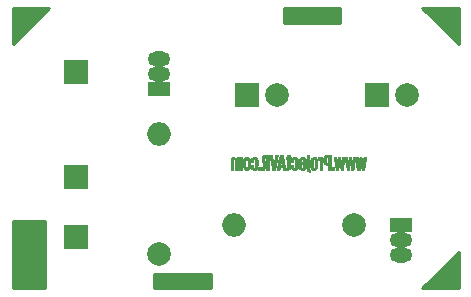
<source format=gbs>
G04 #@! TF.FileFunction,Soldermask,Bot*
%FSLAX46Y46*%
G04 Gerber Fmt 4.6, Leading zero omitted, Abs format (unit mm)*
G04 Created by KiCad (PCBNEW 4.0.5) date 07/12/17 21:06:27*
%MOMM*%
%LPD*%
G01*
G04 APERTURE LIST*
%ADD10C,0.100000*%
%ADD11C,0.010000*%
%ADD12R,2.000000X2.000000*%
%ADD13C,2.000000*%
%ADD14R,2.100000X2.100000*%
%ADD15O,1.900000X1.300000*%
%ADD16R,1.900000X1.300000*%
%ADD17O,2.000000X2.000000*%
%ADD18C,0.254000*%
G04 APERTURE END LIST*
D10*
D11*
G36*
X130032125Y-104313591D02*
X130032567Y-104448231D01*
X130033827Y-104571796D01*
X130035809Y-104680578D01*
X130038414Y-104770870D01*
X130041546Y-104838966D01*
X130045107Y-104881158D01*
X130047318Y-104892268D01*
X130079942Y-104935841D01*
X130136119Y-104966409D01*
X130209186Y-104980719D01*
X130229775Y-104981375D01*
X130302000Y-104981375D01*
X130302000Y-104918433D01*
X130296627Y-104870387D01*
X130278065Y-104843405D01*
X130270250Y-104838500D01*
X130261594Y-104832809D01*
X130254673Y-104823801D01*
X130249292Y-104808181D01*
X130245259Y-104782652D01*
X130242379Y-104743917D01*
X130240459Y-104688680D01*
X130239305Y-104613645D01*
X130238724Y-104515515D01*
X130238521Y-104390994D01*
X130238500Y-104298191D01*
X130238500Y-103774875D01*
X130032125Y-103774875D01*
X130032125Y-104313591D01*
X130032125Y-104313591D01*
G37*
X130032125Y-104313591D02*
X130032567Y-104448231D01*
X130033827Y-104571796D01*
X130035809Y-104680578D01*
X130038414Y-104770870D01*
X130041546Y-104838966D01*
X130045107Y-104881158D01*
X130047318Y-104892268D01*
X130079942Y-104935841D01*
X130136119Y-104966409D01*
X130209186Y-104980719D01*
X130229775Y-104981375D01*
X130302000Y-104981375D01*
X130302000Y-104918433D01*
X130296627Y-104870387D01*
X130278065Y-104843405D01*
X130270250Y-104838500D01*
X130261594Y-104832809D01*
X130254673Y-104823801D01*
X130249292Y-104808181D01*
X130245259Y-104782652D01*
X130242379Y-104743917D01*
X130240459Y-104688680D01*
X130239305Y-104613645D01*
X130238724Y-104515515D01*
X130238521Y-104390994D01*
X130238500Y-104298191D01*
X130238500Y-103774875D01*
X130032125Y-103774875D01*
X130032125Y-104313591D01*
G36*
X130510300Y-103774055D02*
X130435212Y-103813141D01*
X130393151Y-103852584D01*
X130367904Y-103886841D01*
X130348881Y-103924831D01*
X130335252Y-103971477D01*
X130326190Y-104031697D01*
X130320867Y-104110413D01*
X130318454Y-104212544D01*
X130318053Y-104298750D01*
X130318982Y-104394097D01*
X130321556Y-104482497D01*
X130325451Y-104557328D01*
X130330347Y-104611967D01*
X130334449Y-104635600D01*
X130367476Y-104708123D01*
X130419628Y-104771328D01*
X130481833Y-104814456D01*
X130487281Y-104816846D01*
X130549072Y-104832332D01*
X130624631Y-104837086D01*
X130699066Y-104831155D01*
X130754438Y-104815999D01*
X130814552Y-104776699D01*
X130868539Y-104720108D01*
X130904172Y-104659053D01*
X130904241Y-104658872D01*
X130909940Y-104627605D01*
X130914688Y-104569176D01*
X130918273Y-104488165D01*
X130920484Y-104389153D01*
X130921100Y-104295991D01*
X130714750Y-104295991D01*
X130714423Y-104405153D01*
X130713212Y-104486992D01*
X130710774Y-104545933D01*
X130706767Y-104586398D01*
X130700847Y-104612811D01*
X130692671Y-104629596D01*
X130688478Y-104634843D01*
X130647640Y-104659690D01*
X130600109Y-104661168D01*
X130558658Y-104639850D01*
X130548963Y-104628592D01*
X130539915Y-104610297D01*
X130533288Y-104582029D01*
X130528745Y-104539298D01*
X130525951Y-104477612D01*
X130524568Y-104392480D01*
X130524250Y-104298750D01*
X130524702Y-104190257D01*
X130526279Y-104109013D01*
X130529320Y-104050527D01*
X130534161Y-104010306D01*
X130541137Y-103983860D01*
X130548963Y-103968907D01*
X130586162Y-103940291D01*
X130633654Y-103935375D01*
X130679773Y-103954926D01*
X130685719Y-103959897D01*
X130695786Y-103971609D01*
X130703235Y-103988904D01*
X130708453Y-104016264D01*
X130711826Y-104058167D01*
X130713741Y-104119092D01*
X130714585Y-104203518D01*
X130714750Y-104295991D01*
X130921100Y-104295991D01*
X130921125Y-104292275D01*
X130920943Y-104182550D01*
X130920084Y-104099561D01*
X130918079Y-104038295D01*
X130914460Y-103993737D01*
X130908757Y-103960876D01*
X130900503Y-103934697D01*
X130889229Y-103910187D01*
X130884570Y-103901240D01*
X130832928Y-103835070D01*
X130762763Y-103788582D01*
X130680992Y-103762461D01*
X130594532Y-103757390D01*
X130510300Y-103774055D01*
X130510300Y-103774055D01*
G37*
X130510300Y-103774055D02*
X130435212Y-103813141D01*
X130393151Y-103852584D01*
X130367904Y-103886841D01*
X130348881Y-103924831D01*
X130335252Y-103971477D01*
X130326190Y-104031697D01*
X130320867Y-104110413D01*
X130318454Y-104212544D01*
X130318053Y-104298750D01*
X130318982Y-104394097D01*
X130321556Y-104482497D01*
X130325451Y-104557328D01*
X130330347Y-104611967D01*
X130334449Y-104635600D01*
X130367476Y-104708123D01*
X130419628Y-104771328D01*
X130481833Y-104814456D01*
X130487281Y-104816846D01*
X130549072Y-104832332D01*
X130624631Y-104837086D01*
X130699066Y-104831155D01*
X130754438Y-104815999D01*
X130814552Y-104776699D01*
X130868539Y-104720108D01*
X130904172Y-104659053D01*
X130904241Y-104658872D01*
X130909940Y-104627605D01*
X130914688Y-104569176D01*
X130918273Y-104488165D01*
X130920484Y-104389153D01*
X130921100Y-104295991D01*
X130714750Y-104295991D01*
X130714423Y-104405153D01*
X130713212Y-104486992D01*
X130710774Y-104545933D01*
X130706767Y-104586398D01*
X130700847Y-104612811D01*
X130692671Y-104629596D01*
X130688478Y-104634843D01*
X130647640Y-104659690D01*
X130600109Y-104661168D01*
X130558658Y-104639850D01*
X130548963Y-104628592D01*
X130539915Y-104610297D01*
X130533288Y-104582029D01*
X130528745Y-104539298D01*
X130525951Y-104477612D01*
X130524568Y-104392480D01*
X130524250Y-104298750D01*
X130524702Y-104190257D01*
X130526279Y-104109013D01*
X130529320Y-104050527D01*
X130534161Y-104010306D01*
X130541137Y-103983860D01*
X130548963Y-103968907D01*
X130586162Y-103940291D01*
X130633654Y-103935375D01*
X130679773Y-103954926D01*
X130685719Y-103959897D01*
X130695786Y-103971609D01*
X130703235Y-103988904D01*
X130708453Y-104016264D01*
X130711826Y-104058167D01*
X130713741Y-104119092D01*
X130714585Y-104203518D01*
X130714750Y-104295991D01*
X130921100Y-104295991D01*
X130921125Y-104292275D01*
X130920943Y-104182550D01*
X130920084Y-104099561D01*
X130918079Y-104038295D01*
X130914460Y-103993737D01*
X130908757Y-103960876D01*
X130900503Y-103934697D01*
X130889229Y-103910187D01*
X130884570Y-103901240D01*
X130832928Y-103835070D01*
X130762763Y-103788582D01*
X130680992Y-103762461D01*
X130594532Y-103757390D01*
X130510300Y-103774055D01*
G36*
X129533207Y-103772763D02*
X129470778Y-103797503D01*
X129418483Y-103841576D01*
X129390169Y-103876175D01*
X129375999Y-103899114D01*
X129366146Y-103927644D01*
X129359595Y-103968205D01*
X129355331Y-104027239D01*
X129352339Y-104111186D01*
X129352175Y-104117288D01*
X129346911Y-104314625D01*
X129730500Y-104314625D01*
X129730500Y-104453967D01*
X129727218Y-104542791D01*
X129716206Y-104604281D01*
X129695721Y-104642283D01*
X129664015Y-104660644D01*
X129635250Y-104663875D01*
X129588595Y-104651792D01*
X129557897Y-104614649D01*
X129542369Y-104551096D01*
X129540000Y-104501592D01*
X129540000Y-104409875D01*
X129346242Y-104409875D01*
X129351840Y-104543660D01*
X129358849Y-104628335D01*
X129374238Y-104690372D01*
X129401972Y-104738573D01*
X129446017Y-104781744D01*
X129466083Y-104797341D01*
X129520383Y-104822358D01*
X129592707Y-104835245D01*
X129671587Y-104835630D01*
X129745554Y-104823143D01*
X129786063Y-104807695D01*
X129836915Y-104772459D01*
X129882003Y-104726639D01*
X129889250Y-104716774D01*
X129902324Y-104696550D01*
X129912229Y-104676432D01*
X129919482Y-104651777D01*
X129924596Y-104617944D01*
X129928086Y-104570293D01*
X129930467Y-104504182D01*
X129932254Y-104414969D01*
X129933713Y-104315840D01*
X129935166Y-104202796D01*
X129935702Y-104116705D01*
X129935253Y-104078960D01*
X129730500Y-104078960D01*
X129730500Y-104171750D01*
X129535591Y-104171750D01*
X129544282Y-104075906D01*
X129554672Y-104004950D01*
X129572197Y-103960755D01*
X129599757Y-103938618D01*
X129631976Y-103933625D01*
X129681200Y-103943676D01*
X129712631Y-103975640D01*
X129728107Y-104032228D01*
X129730500Y-104078960D01*
X129935253Y-104078960D01*
X129934941Y-104052771D01*
X129932506Y-104006201D01*
X129928019Y-103972202D01*
X129921101Y-103945979D01*
X129911375Y-103922739D01*
X129901126Y-103902712D01*
X129848463Y-103831427D01*
X129778404Y-103785313D01*
X129689246Y-103763531D01*
X129615914Y-103762238D01*
X129533207Y-103772763D01*
X129533207Y-103772763D01*
G37*
X129533207Y-103772763D02*
X129470778Y-103797503D01*
X129418483Y-103841576D01*
X129390169Y-103876175D01*
X129375999Y-103899114D01*
X129366146Y-103927644D01*
X129359595Y-103968205D01*
X129355331Y-104027239D01*
X129352339Y-104111186D01*
X129352175Y-104117288D01*
X129346911Y-104314625D01*
X129730500Y-104314625D01*
X129730500Y-104453967D01*
X129727218Y-104542791D01*
X129716206Y-104604281D01*
X129695721Y-104642283D01*
X129664015Y-104660644D01*
X129635250Y-104663875D01*
X129588595Y-104651792D01*
X129557897Y-104614649D01*
X129542369Y-104551096D01*
X129540000Y-104501592D01*
X129540000Y-104409875D01*
X129346242Y-104409875D01*
X129351840Y-104543660D01*
X129358849Y-104628335D01*
X129374238Y-104690372D01*
X129401972Y-104738573D01*
X129446017Y-104781744D01*
X129466083Y-104797341D01*
X129520383Y-104822358D01*
X129592707Y-104835245D01*
X129671587Y-104835630D01*
X129745554Y-104823143D01*
X129786063Y-104807695D01*
X129836915Y-104772459D01*
X129882003Y-104726639D01*
X129889250Y-104716774D01*
X129902324Y-104696550D01*
X129912229Y-104676432D01*
X129919482Y-104651777D01*
X129924596Y-104617944D01*
X129928086Y-104570293D01*
X129930467Y-104504182D01*
X129932254Y-104414969D01*
X129933713Y-104315840D01*
X129935166Y-104202796D01*
X129935702Y-104116705D01*
X129935253Y-104078960D01*
X129730500Y-104078960D01*
X129730500Y-104171750D01*
X129535591Y-104171750D01*
X129544282Y-104075906D01*
X129554672Y-104004950D01*
X129572197Y-103960755D01*
X129599757Y-103938618D01*
X129631976Y-103933625D01*
X129681200Y-103943676D01*
X129712631Y-103975640D01*
X129728107Y-104032228D01*
X129730500Y-104078960D01*
X129935253Y-104078960D01*
X129934941Y-104052771D01*
X129932506Y-104006201D01*
X129928019Y-103972202D01*
X129921101Y-103945979D01*
X129911375Y-103922739D01*
X129901126Y-103902712D01*
X129848463Y-103831427D01*
X129778404Y-103785313D01*
X129689246Y-103763531D01*
X129615914Y-103762238D01*
X129533207Y-103772763D01*
G36*
X128851402Y-103777750D02*
X128777530Y-103813550D01*
X128726063Y-103871142D01*
X128695518Y-103952030D01*
X128685418Y-104029382D01*
X128679168Y-104140000D01*
X128889125Y-104140000D01*
X128889125Y-104055862D01*
X128893930Y-103991871D01*
X128910474Y-103953585D01*
X128941949Y-103936128D01*
X128969215Y-103933625D01*
X128999767Y-103935780D01*
X129022960Y-103944781D01*
X129039795Y-103964432D01*
X129051275Y-103998536D01*
X129058402Y-104050897D01*
X129062178Y-104125318D01*
X129063604Y-104225603D01*
X129063750Y-104292498D01*
X129063106Y-104410972D01*
X129060538Y-104501423D01*
X129055095Y-104567563D01*
X129045824Y-104613104D01*
X129031773Y-104641758D01*
X129011990Y-104657237D01*
X128985524Y-104663253D01*
X128968500Y-104663875D01*
X128921845Y-104651792D01*
X128891147Y-104614649D01*
X128875619Y-104551096D01*
X128873250Y-104501592D01*
X128873250Y-104409875D01*
X128679492Y-104409875D01*
X128685090Y-104543660D01*
X128692099Y-104628335D01*
X128707488Y-104690372D01*
X128735222Y-104738573D01*
X128779267Y-104781744D01*
X128799333Y-104797341D01*
X128853633Y-104822358D01*
X128925957Y-104835245D01*
X129004837Y-104835630D01*
X129078804Y-104823143D01*
X129119313Y-104807695D01*
X129170165Y-104772459D01*
X129215253Y-104726639D01*
X129222500Y-104716774D01*
X129235574Y-104696550D01*
X129245479Y-104676432D01*
X129252732Y-104651777D01*
X129257846Y-104617944D01*
X129261336Y-104570293D01*
X129263717Y-104504182D01*
X129265504Y-104414969D01*
X129266963Y-104315840D01*
X129268416Y-104202796D01*
X129268952Y-104116705D01*
X129268191Y-104052771D01*
X129265756Y-104006201D01*
X129261269Y-103972202D01*
X129254351Y-103945979D01*
X129244625Y-103922739D01*
X129234376Y-103902712D01*
X129181713Y-103831427D01*
X129111654Y-103785313D01*
X129022496Y-103763531D01*
X128949164Y-103762238D01*
X128851402Y-103777750D01*
X128851402Y-103777750D01*
G37*
X128851402Y-103777750D02*
X128777530Y-103813550D01*
X128726063Y-103871142D01*
X128695518Y-103952030D01*
X128685418Y-104029382D01*
X128679168Y-104140000D01*
X128889125Y-104140000D01*
X128889125Y-104055862D01*
X128893930Y-103991871D01*
X128910474Y-103953585D01*
X128941949Y-103936128D01*
X128969215Y-103933625D01*
X128999767Y-103935780D01*
X129022960Y-103944781D01*
X129039795Y-103964432D01*
X129051275Y-103998536D01*
X129058402Y-104050897D01*
X129062178Y-104125318D01*
X129063604Y-104225603D01*
X129063750Y-104292498D01*
X129063106Y-104410972D01*
X129060538Y-104501423D01*
X129055095Y-104567563D01*
X129045824Y-104613104D01*
X129031773Y-104641758D01*
X129011990Y-104657237D01*
X128985524Y-104663253D01*
X128968500Y-104663875D01*
X128921845Y-104651792D01*
X128891147Y-104614649D01*
X128875619Y-104551096D01*
X128873250Y-104501592D01*
X128873250Y-104409875D01*
X128679492Y-104409875D01*
X128685090Y-104543660D01*
X128692099Y-104628335D01*
X128707488Y-104690372D01*
X128735222Y-104738573D01*
X128779267Y-104781744D01*
X128799333Y-104797341D01*
X128853633Y-104822358D01*
X128925957Y-104835245D01*
X129004837Y-104835630D01*
X129078804Y-104823143D01*
X129119313Y-104807695D01*
X129170165Y-104772459D01*
X129215253Y-104726639D01*
X129222500Y-104716774D01*
X129235574Y-104696550D01*
X129245479Y-104676432D01*
X129252732Y-104651777D01*
X129257846Y-104617944D01*
X129261336Y-104570293D01*
X129263717Y-104504182D01*
X129265504Y-104414969D01*
X129266963Y-104315840D01*
X129268416Y-104202796D01*
X129268952Y-104116705D01*
X129268191Y-104052771D01*
X129265756Y-104006201D01*
X129261269Y-103972202D01*
X129254351Y-103945979D01*
X129244625Y-103922739D01*
X129234376Y-103902712D01*
X129181713Y-103831427D01*
X129111654Y-103785313D01*
X129022496Y-103763531D01*
X128949164Y-103762238D01*
X128851402Y-103777750D01*
G36*
X125438277Y-103777750D02*
X125364405Y-103813550D01*
X125312938Y-103871142D01*
X125282393Y-103952030D01*
X125272293Y-104029382D01*
X125266043Y-104140000D01*
X125476000Y-104140000D01*
X125476000Y-104055862D01*
X125480805Y-103991871D01*
X125497349Y-103953585D01*
X125528824Y-103936128D01*
X125556090Y-103933625D01*
X125586642Y-103935780D01*
X125609835Y-103944781D01*
X125626670Y-103964432D01*
X125638150Y-103998536D01*
X125645277Y-104050897D01*
X125649053Y-104125318D01*
X125650479Y-104225603D01*
X125650625Y-104292498D01*
X125649981Y-104410972D01*
X125647413Y-104501423D01*
X125641970Y-104567563D01*
X125632699Y-104613104D01*
X125618648Y-104641758D01*
X125598865Y-104657237D01*
X125572399Y-104663253D01*
X125555375Y-104663875D01*
X125508720Y-104651792D01*
X125478022Y-104614649D01*
X125462494Y-104551096D01*
X125460125Y-104501592D01*
X125460125Y-104409875D01*
X125266367Y-104409875D01*
X125271965Y-104543660D01*
X125278974Y-104628335D01*
X125294363Y-104690372D01*
X125322097Y-104738573D01*
X125366142Y-104781744D01*
X125386208Y-104797341D01*
X125440508Y-104822358D01*
X125512832Y-104835245D01*
X125591712Y-104835630D01*
X125665679Y-104823143D01*
X125706188Y-104807695D01*
X125757040Y-104772459D01*
X125802128Y-104726639D01*
X125809375Y-104716774D01*
X125822449Y-104696550D01*
X125832354Y-104676432D01*
X125839607Y-104651777D01*
X125844721Y-104617944D01*
X125848211Y-104570293D01*
X125850592Y-104504182D01*
X125852379Y-104414969D01*
X125853838Y-104315840D01*
X125855291Y-104202796D01*
X125855827Y-104116705D01*
X125855066Y-104052771D01*
X125852631Y-104006201D01*
X125848144Y-103972202D01*
X125841226Y-103945979D01*
X125831500Y-103922739D01*
X125821251Y-103902712D01*
X125768588Y-103831427D01*
X125698529Y-103785313D01*
X125609371Y-103763531D01*
X125536039Y-103762238D01*
X125438277Y-103777750D01*
X125438277Y-103777750D01*
G37*
X125438277Y-103777750D02*
X125364405Y-103813550D01*
X125312938Y-103871142D01*
X125282393Y-103952030D01*
X125272293Y-104029382D01*
X125266043Y-104140000D01*
X125476000Y-104140000D01*
X125476000Y-104055862D01*
X125480805Y-103991871D01*
X125497349Y-103953585D01*
X125528824Y-103936128D01*
X125556090Y-103933625D01*
X125586642Y-103935780D01*
X125609835Y-103944781D01*
X125626670Y-103964432D01*
X125638150Y-103998536D01*
X125645277Y-104050897D01*
X125649053Y-104125318D01*
X125650479Y-104225603D01*
X125650625Y-104292498D01*
X125649981Y-104410972D01*
X125647413Y-104501423D01*
X125641970Y-104567563D01*
X125632699Y-104613104D01*
X125618648Y-104641758D01*
X125598865Y-104657237D01*
X125572399Y-104663253D01*
X125555375Y-104663875D01*
X125508720Y-104651792D01*
X125478022Y-104614649D01*
X125462494Y-104551096D01*
X125460125Y-104501592D01*
X125460125Y-104409875D01*
X125266367Y-104409875D01*
X125271965Y-104543660D01*
X125278974Y-104628335D01*
X125294363Y-104690372D01*
X125322097Y-104738573D01*
X125366142Y-104781744D01*
X125386208Y-104797341D01*
X125440508Y-104822358D01*
X125512832Y-104835245D01*
X125591712Y-104835630D01*
X125665679Y-104823143D01*
X125706188Y-104807695D01*
X125757040Y-104772459D01*
X125802128Y-104726639D01*
X125809375Y-104716774D01*
X125822449Y-104696550D01*
X125832354Y-104676432D01*
X125839607Y-104651777D01*
X125844721Y-104617944D01*
X125848211Y-104570293D01*
X125850592Y-104504182D01*
X125852379Y-104414969D01*
X125853838Y-104315840D01*
X125855291Y-104202796D01*
X125855827Y-104116705D01*
X125855066Y-104052771D01*
X125852631Y-104006201D01*
X125848144Y-103972202D01*
X125841226Y-103945979D01*
X125831500Y-103922739D01*
X125821251Y-103902712D01*
X125768588Y-103831427D01*
X125698529Y-103785313D01*
X125609371Y-103763531D01*
X125536039Y-103762238D01*
X125438277Y-103777750D01*
G36*
X124811175Y-103774055D02*
X124736087Y-103813141D01*
X124694026Y-103852584D01*
X124668779Y-103886841D01*
X124649756Y-103924831D01*
X124636127Y-103971477D01*
X124627065Y-104031697D01*
X124621742Y-104110413D01*
X124619329Y-104212544D01*
X124618928Y-104298750D01*
X124619857Y-104394097D01*
X124622431Y-104482497D01*
X124626326Y-104557328D01*
X124631222Y-104611967D01*
X124635324Y-104635600D01*
X124668351Y-104708123D01*
X124720503Y-104771328D01*
X124782708Y-104814456D01*
X124788156Y-104816846D01*
X124849947Y-104832332D01*
X124925506Y-104837086D01*
X124999941Y-104831155D01*
X125055313Y-104815999D01*
X125115427Y-104776699D01*
X125169414Y-104720108D01*
X125205047Y-104659053D01*
X125205116Y-104658872D01*
X125210815Y-104627605D01*
X125215563Y-104569176D01*
X125219148Y-104488165D01*
X125221359Y-104389153D01*
X125221975Y-104295991D01*
X125015625Y-104295991D01*
X125015298Y-104405153D01*
X125014087Y-104486992D01*
X125011649Y-104545933D01*
X125007642Y-104586398D01*
X125001722Y-104612811D01*
X124993546Y-104629596D01*
X124989353Y-104634843D01*
X124948515Y-104659690D01*
X124900984Y-104661168D01*
X124859533Y-104639850D01*
X124849838Y-104628592D01*
X124840790Y-104610297D01*
X124834163Y-104582029D01*
X124829620Y-104539298D01*
X124826826Y-104477612D01*
X124825443Y-104392480D01*
X124825125Y-104298750D01*
X124825577Y-104190257D01*
X124827154Y-104109013D01*
X124830195Y-104050527D01*
X124835036Y-104010306D01*
X124842012Y-103983860D01*
X124849838Y-103968907D01*
X124887037Y-103940291D01*
X124934529Y-103935375D01*
X124980648Y-103954926D01*
X124986594Y-103959897D01*
X124996661Y-103971609D01*
X125004110Y-103988904D01*
X125009328Y-104016264D01*
X125012701Y-104058167D01*
X125014616Y-104119092D01*
X125015460Y-104203518D01*
X125015625Y-104295991D01*
X125221975Y-104295991D01*
X125222000Y-104292275D01*
X125221818Y-104182550D01*
X125220959Y-104099561D01*
X125218954Y-104038295D01*
X125215335Y-103993737D01*
X125209632Y-103960876D01*
X125201378Y-103934697D01*
X125190104Y-103910187D01*
X125185445Y-103901240D01*
X125133803Y-103835070D01*
X125063638Y-103788582D01*
X124981867Y-103762461D01*
X124895407Y-103757390D01*
X124811175Y-103774055D01*
X124811175Y-103774055D01*
G37*
X124811175Y-103774055D02*
X124736087Y-103813141D01*
X124694026Y-103852584D01*
X124668779Y-103886841D01*
X124649756Y-103924831D01*
X124636127Y-103971477D01*
X124627065Y-104031697D01*
X124621742Y-104110413D01*
X124619329Y-104212544D01*
X124618928Y-104298750D01*
X124619857Y-104394097D01*
X124622431Y-104482497D01*
X124626326Y-104557328D01*
X124631222Y-104611967D01*
X124635324Y-104635600D01*
X124668351Y-104708123D01*
X124720503Y-104771328D01*
X124782708Y-104814456D01*
X124788156Y-104816846D01*
X124849947Y-104832332D01*
X124925506Y-104837086D01*
X124999941Y-104831155D01*
X125055313Y-104815999D01*
X125115427Y-104776699D01*
X125169414Y-104720108D01*
X125205047Y-104659053D01*
X125205116Y-104658872D01*
X125210815Y-104627605D01*
X125215563Y-104569176D01*
X125219148Y-104488165D01*
X125221359Y-104389153D01*
X125221975Y-104295991D01*
X125015625Y-104295991D01*
X125015298Y-104405153D01*
X125014087Y-104486992D01*
X125011649Y-104545933D01*
X125007642Y-104586398D01*
X125001722Y-104612811D01*
X124993546Y-104629596D01*
X124989353Y-104634843D01*
X124948515Y-104659690D01*
X124900984Y-104661168D01*
X124859533Y-104639850D01*
X124849838Y-104628592D01*
X124840790Y-104610297D01*
X124834163Y-104582029D01*
X124829620Y-104539298D01*
X124826826Y-104477612D01*
X124825443Y-104392480D01*
X124825125Y-104298750D01*
X124825577Y-104190257D01*
X124827154Y-104109013D01*
X124830195Y-104050527D01*
X124835036Y-104010306D01*
X124842012Y-103983860D01*
X124849838Y-103968907D01*
X124887037Y-103940291D01*
X124934529Y-103935375D01*
X124980648Y-103954926D01*
X124986594Y-103959897D01*
X124996661Y-103971609D01*
X125004110Y-103988904D01*
X125009328Y-104016264D01*
X125012701Y-104058167D01*
X125014616Y-104119092D01*
X125015460Y-104203518D01*
X125015625Y-104295991D01*
X125221975Y-104295991D01*
X125222000Y-104292275D01*
X125221818Y-104182550D01*
X125220959Y-104099561D01*
X125218954Y-104038295D01*
X125215335Y-103993737D01*
X125209632Y-103960876D01*
X125201378Y-103934697D01*
X125190104Y-103910187D01*
X125185445Y-103901240D01*
X125133803Y-103835070D01*
X125063638Y-103788582D01*
X124981867Y-103762461D01*
X124895407Y-103757390D01*
X124811175Y-103774055D01*
G36*
X134867110Y-103774864D02*
X134846912Y-103780706D01*
X134832222Y-103795651D01*
X134821342Y-103823603D01*
X134812572Y-103868466D01*
X134804213Y-103934144D01*
X134794567Y-104024540D01*
X134785751Y-104108250D01*
X134776504Y-104192764D01*
X134768189Y-104265292D01*
X134761464Y-104320358D01*
X134756988Y-104352485D01*
X134755683Y-104358449D01*
X134752059Y-104345026D01*
X134744347Y-104305236D01*
X134733443Y-104244070D01*
X134720241Y-104166518D01*
X134708705Y-104096511D01*
X134691253Y-103988295D01*
X134677834Y-103907376D01*
X134666786Y-103849818D01*
X134656448Y-103811683D01*
X134645156Y-103789035D01*
X134631250Y-103777935D01*
X134613067Y-103774446D01*
X134588945Y-103774632D01*
X134572935Y-103774875D01*
X134496260Y-103774875D01*
X134479258Y-103874093D01*
X134469179Y-103934048D01*
X134456230Y-104012657D01*
X134442497Y-104097212D01*
X134435629Y-104140000D01*
X134423725Y-104209681D01*
X134412400Y-104267497D01*
X134403132Y-104306352D01*
X134398397Y-104318809D01*
X134393441Y-104307883D01*
X134386189Y-104270104D01*
X134377352Y-104210228D01*
X134367637Y-104133010D01*
X134358760Y-104052903D01*
X134329727Y-103774875D01*
X134236739Y-103774875D01*
X134178292Y-103777660D01*
X134148951Y-103786329D01*
X134144416Y-103794718D01*
X134146876Y-103814773D01*
X134153536Y-103862296D01*
X134163822Y-103933363D01*
X134177159Y-104024053D01*
X134192971Y-104130445D01*
X134210684Y-104248616D01*
X134220638Y-104314625D01*
X134296195Y-104814687D01*
X134488665Y-104824027D01*
X134516862Y-104636795D01*
X134535997Y-104510063D01*
X134551058Y-104411643D01*
X134562648Y-104338443D01*
X134571366Y-104287370D01*
X134577816Y-104255331D01*
X134582597Y-104239234D01*
X134586311Y-104235988D01*
X134589560Y-104242499D01*
X134591859Y-104251125D01*
X134597577Y-104279688D01*
X134607262Y-104333440D01*
X134619845Y-104406223D01*
X134634256Y-104491876D01*
X134644945Y-104556718D01*
X134688401Y-104822625D01*
X134780898Y-104822625D01*
X134833550Y-104821338D01*
X134862668Y-104815542D01*
X134876428Y-104802327D01*
X134881345Y-104786906D01*
X134885668Y-104762628D01*
X134893817Y-104712446D01*
X134905080Y-104641048D01*
X134918746Y-104553116D01*
X134934106Y-104453338D01*
X134950448Y-104346396D01*
X134967061Y-104236978D01*
X134983234Y-104129767D01*
X134998257Y-104029449D01*
X135011419Y-103940709D01*
X135022008Y-103868232D01*
X135029315Y-103816703D01*
X135032628Y-103790808D01*
X135032750Y-103788990D01*
X135018280Y-103781763D01*
X134980456Y-103776673D01*
X134930824Y-103774875D01*
X134894514Y-103774221D01*
X134867110Y-103774864D01*
X134867110Y-103774864D01*
G37*
X134867110Y-103774864D02*
X134846912Y-103780706D01*
X134832222Y-103795651D01*
X134821342Y-103823603D01*
X134812572Y-103868466D01*
X134804213Y-103934144D01*
X134794567Y-104024540D01*
X134785751Y-104108250D01*
X134776504Y-104192764D01*
X134768189Y-104265292D01*
X134761464Y-104320358D01*
X134756988Y-104352485D01*
X134755683Y-104358449D01*
X134752059Y-104345026D01*
X134744347Y-104305236D01*
X134733443Y-104244070D01*
X134720241Y-104166518D01*
X134708705Y-104096511D01*
X134691253Y-103988295D01*
X134677834Y-103907376D01*
X134666786Y-103849818D01*
X134656448Y-103811683D01*
X134645156Y-103789035D01*
X134631250Y-103777935D01*
X134613067Y-103774446D01*
X134588945Y-103774632D01*
X134572935Y-103774875D01*
X134496260Y-103774875D01*
X134479258Y-103874093D01*
X134469179Y-103934048D01*
X134456230Y-104012657D01*
X134442497Y-104097212D01*
X134435629Y-104140000D01*
X134423725Y-104209681D01*
X134412400Y-104267497D01*
X134403132Y-104306352D01*
X134398397Y-104318809D01*
X134393441Y-104307883D01*
X134386189Y-104270104D01*
X134377352Y-104210228D01*
X134367637Y-104133010D01*
X134358760Y-104052903D01*
X134329727Y-103774875D01*
X134236739Y-103774875D01*
X134178292Y-103777660D01*
X134148951Y-103786329D01*
X134144416Y-103794718D01*
X134146876Y-103814773D01*
X134153536Y-103862296D01*
X134163822Y-103933363D01*
X134177159Y-104024053D01*
X134192971Y-104130445D01*
X134210684Y-104248616D01*
X134220638Y-104314625D01*
X134296195Y-104814687D01*
X134488665Y-104824027D01*
X134516862Y-104636795D01*
X134535997Y-104510063D01*
X134551058Y-104411643D01*
X134562648Y-104338443D01*
X134571366Y-104287370D01*
X134577816Y-104255331D01*
X134582597Y-104239234D01*
X134586311Y-104235988D01*
X134589560Y-104242499D01*
X134591859Y-104251125D01*
X134597577Y-104279688D01*
X134607262Y-104333440D01*
X134619845Y-104406223D01*
X134634256Y-104491876D01*
X134644945Y-104556718D01*
X134688401Y-104822625D01*
X134780898Y-104822625D01*
X134833550Y-104821338D01*
X134862668Y-104815542D01*
X134876428Y-104802327D01*
X134881345Y-104786906D01*
X134885668Y-104762628D01*
X134893817Y-104712446D01*
X134905080Y-104641048D01*
X134918746Y-104553116D01*
X134934106Y-104453338D01*
X134950448Y-104346396D01*
X134967061Y-104236978D01*
X134983234Y-104129767D01*
X134998257Y-104029449D01*
X135011419Y-103940709D01*
X135022008Y-103868232D01*
X135029315Y-103816703D01*
X135032628Y-103790808D01*
X135032750Y-103788990D01*
X135018280Y-103781763D01*
X134980456Y-103776673D01*
X134930824Y-103774875D01*
X134894514Y-103774221D01*
X134867110Y-103774864D01*
G36*
X133962235Y-103774864D02*
X133942037Y-103780706D01*
X133927347Y-103795651D01*
X133916467Y-103823603D01*
X133907697Y-103868466D01*
X133899338Y-103934144D01*
X133889692Y-104024540D01*
X133880876Y-104108250D01*
X133871629Y-104192764D01*
X133863314Y-104265292D01*
X133856589Y-104320358D01*
X133852113Y-104352485D01*
X133850808Y-104358449D01*
X133847184Y-104345026D01*
X133839472Y-104305236D01*
X133828568Y-104244070D01*
X133815366Y-104166518D01*
X133803830Y-104096511D01*
X133786378Y-103988295D01*
X133772959Y-103907376D01*
X133761911Y-103849818D01*
X133751573Y-103811683D01*
X133740281Y-103789035D01*
X133726375Y-103777935D01*
X133708192Y-103774446D01*
X133684070Y-103774632D01*
X133668060Y-103774875D01*
X133591385Y-103774875D01*
X133574383Y-103874093D01*
X133564304Y-103934048D01*
X133551355Y-104012657D01*
X133537622Y-104097212D01*
X133530754Y-104140000D01*
X133518850Y-104209681D01*
X133507525Y-104267497D01*
X133498257Y-104306352D01*
X133493522Y-104318809D01*
X133488566Y-104307883D01*
X133481314Y-104270104D01*
X133472477Y-104210228D01*
X133462762Y-104133010D01*
X133453885Y-104052903D01*
X133424852Y-103774875D01*
X133331864Y-103774875D01*
X133273417Y-103777660D01*
X133244076Y-103786329D01*
X133239541Y-103794718D01*
X133242001Y-103814773D01*
X133248661Y-103862296D01*
X133258947Y-103933363D01*
X133272284Y-104024053D01*
X133288096Y-104130445D01*
X133305809Y-104248616D01*
X133315763Y-104314625D01*
X133391320Y-104814687D01*
X133583790Y-104824027D01*
X133611987Y-104636795D01*
X133631122Y-104510063D01*
X133646183Y-104411643D01*
X133657773Y-104338443D01*
X133666491Y-104287370D01*
X133672941Y-104255331D01*
X133677722Y-104239234D01*
X133681436Y-104235988D01*
X133684685Y-104242499D01*
X133686984Y-104251125D01*
X133692702Y-104279688D01*
X133702387Y-104333440D01*
X133714970Y-104406223D01*
X133729381Y-104491876D01*
X133740070Y-104556718D01*
X133783526Y-104822625D01*
X133876023Y-104822625D01*
X133928675Y-104821338D01*
X133957793Y-104815542D01*
X133971553Y-104802327D01*
X133976470Y-104786906D01*
X133980793Y-104762628D01*
X133988942Y-104712446D01*
X134000205Y-104641048D01*
X134013871Y-104553116D01*
X134029231Y-104453338D01*
X134045573Y-104346396D01*
X134062186Y-104236978D01*
X134078359Y-104129767D01*
X134093382Y-104029449D01*
X134106544Y-103940709D01*
X134117133Y-103868232D01*
X134124440Y-103816703D01*
X134127753Y-103790808D01*
X134127875Y-103788990D01*
X134113405Y-103781763D01*
X134075581Y-103776673D01*
X134025949Y-103774875D01*
X133989639Y-103774221D01*
X133962235Y-103774864D01*
X133962235Y-103774864D01*
G37*
X133962235Y-103774864D02*
X133942037Y-103780706D01*
X133927347Y-103795651D01*
X133916467Y-103823603D01*
X133907697Y-103868466D01*
X133899338Y-103934144D01*
X133889692Y-104024540D01*
X133880876Y-104108250D01*
X133871629Y-104192764D01*
X133863314Y-104265292D01*
X133856589Y-104320358D01*
X133852113Y-104352485D01*
X133850808Y-104358449D01*
X133847184Y-104345026D01*
X133839472Y-104305236D01*
X133828568Y-104244070D01*
X133815366Y-104166518D01*
X133803830Y-104096511D01*
X133786378Y-103988295D01*
X133772959Y-103907376D01*
X133761911Y-103849818D01*
X133751573Y-103811683D01*
X133740281Y-103789035D01*
X133726375Y-103777935D01*
X133708192Y-103774446D01*
X133684070Y-103774632D01*
X133668060Y-103774875D01*
X133591385Y-103774875D01*
X133574383Y-103874093D01*
X133564304Y-103934048D01*
X133551355Y-104012657D01*
X133537622Y-104097212D01*
X133530754Y-104140000D01*
X133518850Y-104209681D01*
X133507525Y-104267497D01*
X133498257Y-104306352D01*
X133493522Y-104318809D01*
X133488566Y-104307883D01*
X133481314Y-104270104D01*
X133472477Y-104210228D01*
X133462762Y-104133010D01*
X133453885Y-104052903D01*
X133424852Y-103774875D01*
X133331864Y-103774875D01*
X133273417Y-103777660D01*
X133244076Y-103786329D01*
X133239541Y-103794718D01*
X133242001Y-103814773D01*
X133248661Y-103862296D01*
X133258947Y-103933363D01*
X133272284Y-104024053D01*
X133288096Y-104130445D01*
X133305809Y-104248616D01*
X133315763Y-104314625D01*
X133391320Y-104814687D01*
X133583790Y-104824027D01*
X133611987Y-104636795D01*
X133631122Y-104510063D01*
X133646183Y-104411643D01*
X133657773Y-104338443D01*
X133666491Y-104287370D01*
X133672941Y-104255331D01*
X133677722Y-104239234D01*
X133681436Y-104235988D01*
X133684685Y-104242499D01*
X133686984Y-104251125D01*
X133692702Y-104279688D01*
X133702387Y-104333440D01*
X133714970Y-104406223D01*
X133729381Y-104491876D01*
X133740070Y-104556718D01*
X133783526Y-104822625D01*
X133876023Y-104822625D01*
X133928675Y-104821338D01*
X133957793Y-104815542D01*
X133971553Y-104802327D01*
X133976470Y-104786906D01*
X133980793Y-104762628D01*
X133988942Y-104712446D01*
X134000205Y-104641048D01*
X134013871Y-104553116D01*
X134029231Y-104453338D01*
X134045573Y-104346396D01*
X134062186Y-104236978D01*
X134078359Y-104129767D01*
X134093382Y-104029449D01*
X134106544Y-103940709D01*
X134117133Y-103868232D01*
X134124440Y-103816703D01*
X134127753Y-103790808D01*
X134127875Y-103788990D01*
X134113405Y-103781763D01*
X134075581Y-103776673D01*
X134025949Y-103774875D01*
X133989639Y-103774221D01*
X133962235Y-103774864D01*
G36*
X133057360Y-103774864D02*
X133037162Y-103780706D01*
X133022472Y-103795651D01*
X133011592Y-103823603D01*
X133002822Y-103868466D01*
X132994463Y-103934144D01*
X132984817Y-104024540D01*
X132976001Y-104108250D01*
X132966754Y-104192764D01*
X132958439Y-104265292D01*
X132951714Y-104320358D01*
X132947238Y-104352485D01*
X132945933Y-104358449D01*
X132942309Y-104345026D01*
X132934597Y-104305236D01*
X132923693Y-104244070D01*
X132910491Y-104166518D01*
X132898955Y-104096511D01*
X132881503Y-103988295D01*
X132868084Y-103907376D01*
X132857036Y-103849818D01*
X132846698Y-103811683D01*
X132835406Y-103789035D01*
X132821500Y-103777935D01*
X132803317Y-103774446D01*
X132779195Y-103774632D01*
X132763185Y-103774875D01*
X132686510Y-103774875D01*
X132669508Y-103874093D01*
X132659429Y-103934048D01*
X132646480Y-104012657D01*
X132632747Y-104097212D01*
X132625879Y-104140000D01*
X132613975Y-104209681D01*
X132602650Y-104267497D01*
X132593382Y-104306352D01*
X132588647Y-104318809D01*
X132583691Y-104307883D01*
X132576439Y-104270104D01*
X132567602Y-104210228D01*
X132557887Y-104133010D01*
X132549010Y-104052903D01*
X132519977Y-103774875D01*
X132426989Y-103774875D01*
X132368542Y-103777660D01*
X132339201Y-103786329D01*
X132334666Y-103794718D01*
X132337126Y-103814773D01*
X132343786Y-103862296D01*
X132354072Y-103933363D01*
X132367409Y-104024053D01*
X132383221Y-104130445D01*
X132400934Y-104248616D01*
X132410888Y-104314625D01*
X132486445Y-104814687D01*
X132678915Y-104824027D01*
X132707112Y-104636795D01*
X132726247Y-104510063D01*
X132741308Y-104411643D01*
X132752898Y-104338443D01*
X132761616Y-104287370D01*
X132768066Y-104255331D01*
X132772847Y-104239234D01*
X132776561Y-104235988D01*
X132779810Y-104242499D01*
X132782109Y-104251125D01*
X132787827Y-104279688D01*
X132797512Y-104333440D01*
X132810095Y-104406223D01*
X132824506Y-104491876D01*
X132835195Y-104556718D01*
X132878651Y-104822625D01*
X132971148Y-104822625D01*
X133023800Y-104821338D01*
X133052918Y-104815542D01*
X133066678Y-104802327D01*
X133071595Y-104786906D01*
X133075918Y-104762628D01*
X133084067Y-104712446D01*
X133095330Y-104641048D01*
X133108996Y-104553116D01*
X133124356Y-104453338D01*
X133140698Y-104346396D01*
X133157311Y-104236978D01*
X133173484Y-104129767D01*
X133188507Y-104029449D01*
X133201669Y-103940709D01*
X133212258Y-103868232D01*
X133219565Y-103816703D01*
X133222878Y-103790808D01*
X133223000Y-103788990D01*
X133208530Y-103781763D01*
X133170706Y-103776673D01*
X133121074Y-103774875D01*
X133084764Y-103774221D01*
X133057360Y-103774864D01*
X133057360Y-103774864D01*
G37*
X133057360Y-103774864D02*
X133037162Y-103780706D01*
X133022472Y-103795651D01*
X133011592Y-103823603D01*
X133002822Y-103868466D01*
X132994463Y-103934144D01*
X132984817Y-104024540D01*
X132976001Y-104108250D01*
X132966754Y-104192764D01*
X132958439Y-104265292D01*
X132951714Y-104320358D01*
X132947238Y-104352485D01*
X132945933Y-104358449D01*
X132942309Y-104345026D01*
X132934597Y-104305236D01*
X132923693Y-104244070D01*
X132910491Y-104166518D01*
X132898955Y-104096511D01*
X132881503Y-103988295D01*
X132868084Y-103907376D01*
X132857036Y-103849818D01*
X132846698Y-103811683D01*
X132835406Y-103789035D01*
X132821500Y-103777935D01*
X132803317Y-103774446D01*
X132779195Y-103774632D01*
X132763185Y-103774875D01*
X132686510Y-103774875D01*
X132669508Y-103874093D01*
X132659429Y-103934048D01*
X132646480Y-104012657D01*
X132632747Y-104097212D01*
X132625879Y-104140000D01*
X132613975Y-104209681D01*
X132602650Y-104267497D01*
X132593382Y-104306352D01*
X132588647Y-104318809D01*
X132583691Y-104307883D01*
X132576439Y-104270104D01*
X132567602Y-104210228D01*
X132557887Y-104133010D01*
X132549010Y-104052903D01*
X132519977Y-103774875D01*
X132426989Y-103774875D01*
X132368542Y-103777660D01*
X132339201Y-103786329D01*
X132334666Y-103794718D01*
X132337126Y-103814773D01*
X132343786Y-103862296D01*
X132354072Y-103933363D01*
X132367409Y-104024053D01*
X132383221Y-104130445D01*
X132400934Y-104248616D01*
X132410888Y-104314625D01*
X132486445Y-104814687D01*
X132678915Y-104824027D01*
X132707112Y-104636795D01*
X132726247Y-104510063D01*
X132741308Y-104411643D01*
X132752898Y-104338443D01*
X132761616Y-104287370D01*
X132768066Y-104255331D01*
X132772847Y-104239234D01*
X132776561Y-104235988D01*
X132779810Y-104242499D01*
X132782109Y-104251125D01*
X132787827Y-104279688D01*
X132797512Y-104333440D01*
X132810095Y-104406223D01*
X132824506Y-104491876D01*
X132835195Y-104556718D01*
X132878651Y-104822625D01*
X132971148Y-104822625D01*
X133023800Y-104821338D01*
X133052918Y-104815542D01*
X133066678Y-104802327D01*
X133071595Y-104786906D01*
X133075918Y-104762628D01*
X133084067Y-104712446D01*
X133095330Y-104641048D01*
X133108996Y-104553116D01*
X133124356Y-104453338D01*
X133140698Y-104346396D01*
X133157311Y-104236978D01*
X133173484Y-104129767D01*
X133188507Y-104029449D01*
X133201669Y-103940709D01*
X133212258Y-103868232D01*
X133219565Y-103816703D01*
X133222878Y-103790808D01*
X133223000Y-103788990D01*
X133208530Y-103781763D01*
X133170706Y-103776673D01*
X133121074Y-103774875D01*
X133084764Y-103774221D01*
X133057360Y-103774864D01*
G36*
X132127625Y-104822625D02*
X132334000Y-104822625D01*
X132334000Y-104616250D01*
X132127625Y-104616250D01*
X132127625Y-104822625D01*
X132127625Y-104822625D01*
G37*
X132127625Y-104822625D02*
X132334000Y-104822625D01*
X132334000Y-104616250D01*
X132127625Y-104616250D01*
X132127625Y-104822625D01*
G36*
X131803318Y-103570980D02*
X131699207Y-103574639D01*
X131621503Y-103581229D01*
X131564875Y-103592685D01*
X131523996Y-103610938D01*
X131493537Y-103637921D01*
X131468169Y-103675568D01*
X131456931Y-103696628D01*
X131443536Y-103741120D01*
X131434003Y-103809182D01*
X131428334Y-103892874D01*
X131426528Y-103984250D01*
X131428584Y-104075369D01*
X131434504Y-104158288D01*
X131444287Y-104225064D01*
X131456931Y-104265871D01*
X131493053Y-104321091D01*
X131539192Y-104358204D01*
X131602200Y-104380872D01*
X131688930Y-104392759D01*
X131695148Y-104393217D01*
X131818063Y-104401937D01*
X131822493Y-104612281D01*
X131826922Y-104822625D01*
X132032375Y-104822625D01*
X132032375Y-103743125D01*
X131826000Y-103743125D01*
X131826000Y-104235250D01*
X131765535Y-104235250D01*
X131717050Y-104229412D01*
X131677880Y-104215117D01*
X131674253Y-104212717D01*
X131661387Y-104200407D01*
X131652669Y-104181897D01*
X131647311Y-104151466D01*
X131644524Y-104103393D01*
X131643519Y-104031957D01*
X131643438Y-103989187D01*
X131644497Y-103895734D01*
X131649197Y-103829402D01*
X131659819Y-103785590D01*
X131678648Y-103759698D01*
X131707965Y-103747124D01*
X131750053Y-103743269D01*
X131765535Y-103743124D01*
X131826000Y-103743125D01*
X132032375Y-103743125D01*
X132032375Y-103565522D01*
X131803318Y-103570980D01*
X131803318Y-103570980D01*
G37*
X131803318Y-103570980D02*
X131699207Y-103574639D01*
X131621503Y-103581229D01*
X131564875Y-103592685D01*
X131523996Y-103610938D01*
X131493537Y-103637921D01*
X131468169Y-103675568D01*
X131456931Y-103696628D01*
X131443536Y-103741120D01*
X131434003Y-103809182D01*
X131428334Y-103892874D01*
X131426528Y-103984250D01*
X131428584Y-104075369D01*
X131434504Y-104158288D01*
X131444287Y-104225064D01*
X131456931Y-104265871D01*
X131493053Y-104321091D01*
X131539192Y-104358204D01*
X131602200Y-104380872D01*
X131688930Y-104392759D01*
X131695148Y-104393217D01*
X131818063Y-104401937D01*
X131822493Y-104612281D01*
X131826922Y-104822625D01*
X132032375Y-104822625D01*
X132032375Y-103743125D01*
X131826000Y-103743125D01*
X131826000Y-104235250D01*
X131765535Y-104235250D01*
X131717050Y-104229412D01*
X131677880Y-104215117D01*
X131674253Y-104212717D01*
X131661387Y-104200407D01*
X131652669Y-104181897D01*
X131647311Y-104151466D01*
X131644524Y-104103393D01*
X131643519Y-104031957D01*
X131643438Y-103989187D01*
X131644497Y-103895734D01*
X131649197Y-103829402D01*
X131659819Y-103785590D01*
X131678648Y-103759698D01*
X131707965Y-103747124D01*
X131750053Y-103743269D01*
X131765535Y-103743124D01*
X131826000Y-103743125D01*
X132032375Y-103743125D01*
X132032375Y-103565522D01*
X131803318Y-103570980D01*
G36*
X130999516Y-103778001D02*
X130990336Y-103791739D01*
X130985941Y-103822622D01*
X130984657Y-103877186D01*
X130984625Y-103893937D01*
X130984625Y-104013000D01*
X131039054Y-104013000D01*
X131070075Y-104013849D01*
X131094244Y-104018743D01*
X131112416Y-104031206D01*
X131125445Y-104054757D01*
X131134187Y-104092919D01*
X131139496Y-104149214D01*
X131142227Y-104227162D01*
X131143235Y-104330287D01*
X131143375Y-104442758D01*
X131143375Y-104822625D01*
X131349750Y-104822625D01*
X131349750Y-103774875D01*
X131246563Y-103774875D01*
X131191114Y-103775530D01*
X131160232Y-103779402D01*
X131146736Y-103789352D01*
X131143446Y-103808240D01*
X131143375Y-103815973D01*
X131143375Y-103857072D01*
X131094532Y-103815973D01*
X131055666Y-103789400D01*
X131021080Y-103775477D01*
X131015157Y-103774874D01*
X130999516Y-103778001D01*
X130999516Y-103778001D01*
G37*
X130999516Y-103778001D02*
X130990336Y-103791739D01*
X130985941Y-103822622D01*
X130984657Y-103877186D01*
X130984625Y-103893937D01*
X130984625Y-104013000D01*
X131039054Y-104013000D01*
X131070075Y-104013849D01*
X131094244Y-104018743D01*
X131112416Y-104031206D01*
X131125445Y-104054757D01*
X131134187Y-104092919D01*
X131139496Y-104149214D01*
X131142227Y-104227162D01*
X131143235Y-104330287D01*
X131143375Y-104442758D01*
X131143375Y-104822625D01*
X131349750Y-104822625D01*
X131349750Y-103774875D01*
X131246563Y-103774875D01*
X131191114Y-103775530D01*
X131160232Y-103779402D01*
X131146736Y-103789352D01*
X131143446Y-103808240D01*
X131143375Y-103815973D01*
X131143375Y-103857072D01*
X131094532Y-103815973D01*
X131055666Y-103789400D01*
X131021080Y-103775477D01*
X131015157Y-103774874D01*
X130999516Y-103778001D01*
G36*
X128381125Y-103774875D02*
X128254125Y-103774875D01*
X128254125Y-103933625D01*
X128381125Y-103933625D01*
X128381125Y-104282316D01*
X128380976Y-104396432D01*
X128380300Y-104482887D01*
X128378751Y-104545771D01*
X128375987Y-104589173D01*
X128371664Y-104617183D01*
X128365438Y-104633888D01*
X128356965Y-104643379D01*
X128350419Y-104647441D01*
X128309383Y-104661283D01*
X128286919Y-104663875D01*
X128267296Y-104667763D01*
X128257506Y-104684680D01*
X128254297Y-104722502D01*
X128254125Y-104743250D01*
X128254125Y-104822625D01*
X128353344Y-104822565D01*
X128429959Y-104817376D01*
X128486586Y-104800474D01*
X128504552Y-104790808D01*
X128543477Y-104758933D01*
X128570158Y-104722743D01*
X128572021Y-104718396D01*
X128576436Y-104691273D01*
X128580361Y-104637455D01*
X128583605Y-104561996D01*
X128585981Y-104469950D01*
X128587297Y-104366370D01*
X128587500Y-104305654D01*
X128587500Y-103933625D01*
X128627188Y-103933625D01*
X128650742Y-103931051D01*
X128662493Y-103917918D01*
X128666500Y-103886105D01*
X128666875Y-103854250D01*
X128665589Y-103807141D01*
X128659022Y-103783640D01*
X128643116Y-103775626D01*
X128627188Y-103774875D01*
X128605854Y-103773065D01*
X128593971Y-103762855D01*
X128588780Y-103737071D01*
X128587523Y-103688540D01*
X128587500Y-103671687D01*
X128587500Y-103568500D01*
X128381125Y-103568500D01*
X128381125Y-103774875D01*
X128381125Y-103774875D01*
G37*
X128381125Y-103774875D02*
X128254125Y-103774875D01*
X128254125Y-103933625D01*
X128381125Y-103933625D01*
X128381125Y-104282316D01*
X128380976Y-104396432D01*
X128380300Y-104482887D01*
X128378751Y-104545771D01*
X128375987Y-104589173D01*
X128371664Y-104617183D01*
X128365438Y-104633888D01*
X128356965Y-104643379D01*
X128350419Y-104647441D01*
X128309383Y-104661283D01*
X128286919Y-104663875D01*
X128267296Y-104667763D01*
X128257506Y-104684680D01*
X128254297Y-104722502D01*
X128254125Y-104743250D01*
X128254125Y-104822625D01*
X128353344Y-104822565D01*
X128429959Y-104817376D01*
X128486586Y-104800474D01*
X128504552Y-104790808D01*
X128543477Y-104758933D01*
X128570158Y-104722743D01*
X128572021Y-104718396D01*
X128576436Y-104691273D01*
X128580361Y-104637455D01*
X128583605Y-104561996D01*
X128585981Y-104469950D01*
X128587297Y-104366370D01*
X128587500Y-104305654D01*
X128587500Y-103933625D01*
X128627188Y-103933625D01*
X128650742Y-103931051D01*
X128662493Y-103917918D01*
X128666500Y-103886105D01*
X128666875Y-103854250D01*
X128665589Y-103807141D01*
X128659022Y-103783640D01*
X128643116Y-103775626D01*
X128627188Y-103774875D01*
X128605854Y-103773065D01*
X128593971Y-103762855D01*
X128588780Y-103737071D01*
X128587523Y-103688540D01*
X128587500Y-103671687D01*
X128587500Y-103568500D01*
X128381125Y-103568500D01*
X128381125Y-103774875D01*
G36*
X127608689Y-104187625D02*
X127583058Y-104322818D01*
X127559377Y-104448239D01*
X127538284Y-104560466D01*
X127520418Y-104656076D01*
X127506417Y-104731648D01*
X127496921Y-104783760D01*
X127492569Y-104808989D01*
X127492358Y-104810718D01*
X127506760Y-104816619D01*
X127544843Y-104820879D01*
X127598549Y-104822619D01*
X127601816Y-104822625D01*
X127711507Y-104822625D01*
X127730250Y-104711500D01*
X127748994Y-104600375D01*
X127857423Y-104600375D01*
X127908486Y-104600208D01*
X127941646Y-104603475D01*
X127961843Y-104615826D01*
X127974018Y-104642913D01*
X127983111Y-104690385D01*
X127992734Y-104755156D01*
X128002916Y-104822625D01*
X128104708Y-104822625D01*
X128165820Y-104820264D01*
X128198319Y-104812814D01*
X128205603Y-104802781D01*
X128202527Y-104783225D01*
X128194145Y-104735987D01*
X128181105Y-104664574D01*
X128164057Y-104572490D01*
X128143652Y-104463240D01*
X128132870Y-104405906D01*
X127935636Y-104405906D01*
X127921960Y-104419259D01*
X127878595Y-104425312D01*
X127855989Y-104425750D01*
X127808733Y-104424897D01*
X127786007Y-104419412D01*
X127780593Y-104404903D01*
X127784231Y-104382093D01*
X127790508Y-104347838D01*
X127800121Y-104291464D01*
X127811510Y-104222221D01*
X127818335Y-104179687D01*
X127829906Y-104110091D01*
X127840700Y-104050837D01*
X127849211Y-104009920D01*
X127852735Y-103997125D01*
X127857836Y-104004890D01*
X127867024Y-104037468D01*
X127878985Y-104088384D01*
X127892408Y-104151164D01*
X127905978Y-104219332D01*
X127918384Y-104286415D01*
X127928310Y-104345937D01*
X127934446Y-104391424D01*
X127935636Y-104405906D01*
X128132870Y-104405906D01*
X128120537Y-104340329D01*
X128095364Y-104207264D01*
X128090130Y-104179687D01*
X127975554Y-103576437D01*
X127724786Y-103576437D01*
X127608689Y-104187625D01*
X127608689Y-104187625D01*
G37*
X127608689Y-104187625D02*
X127583058Y-104322818D01*
X127559377Y-104448239D01*
X127538284Y-104560466D01*
X127520418Y-104656076D01*
X127506417Y-104731648D01*
X127496921Y-104783760D01*
X127492569Y-104808989D01*
X127492358Y-104810718D01*
X127506760Y-104816619D01*
X127544843Y-104820879D01*
X127598549Y-104822619D01*
X127601816Y-104822625D01*
X127711507Y-104822625D01*
X127730250Y-104711500D01*
X127748994Y-104600375D01*
X127857423Y-104600375D01*
X127908486Y-104600208D01*
X127941646Y-104603475D01*
X127961843Y-104615826D01*
X127974018Y-104642913D01*
X127983111Y-104690385D01*
X127992734Y-104755156D01*
X128002916Y-104822625D01*
X128104708Y-104822625D01*
X128165820Y-104820264D01*
X128198319Y-104812814D01*
X128205603Y-104802781D01*
X128202527Y-104783225D01*
X128194145Y-104735987D01*
X128181105Y-104664574D01*
X128164057Y-104572490D01*
X128143652Y-104463240D01*
X128132870Y-104405906D01*
X127935636Y-104405906D01*
X127921960Y-104419259D01*
X127878595Y-104425312D01*
X127855989Y-104425750D01*
X127808733Y-104424897D01*
X127786007Y-104419412D01*
X127780593Y-104404903D01*
X127784231Y-104382093D01*
X127790508Y-104347838D01*
X127800121Y-104291464D01*
X127811510Y-104222221D01*
X127818335Y-104179687D01*
X127829906Y-104110091D01*
X127840700Y-104050837D01*
X127849211Y-104009920D01*
X127852735Y-103997125D01*
X127857836Y-104004890D01*
X127867024Y-104037468D01*
X127878985Y-104088384D01*
X127892408Y-104151164D01*
X127905978Y-104219332D01*
X127918384Y-104286415D01*
X127928310Y-104345937D01*
X127934446Y-104391424D01*
X127935636Y-104405906D01*
X128132870Y-104405906D01*
X128120537Y-104340329D01*
X128095364Y-104207264D01*
X128090130Y-104179687D01*
X127975554Y-103576437D01*
X127724786Y-103576437D01*
X127608689Y-104187625D01*
G36*
X127336005Y-103667718D02*
X127328301Y-103714439D01*
X127316623Y-103785780D01*
X127302068Y-103875018D01*
X127285731Y-103975430D01*
X127268709Y-104080295D01*
X127267199Y-104089610D01*
X127248279Y-104202934D01*
X127233038Y-104286324D01*
X127221122Y-104341340D01*
X127212177Y-104369541D01*
X127205849Y-104372486D01*
X127204084Y-104367422D01*
X127198420Y-104339157D01*
X127188508Y-104284681D01*
X127175243Y-104209114D01*
X127159518Y-104117578D01*
X127142226Y-104015192D01*
X127133236Y-103961317D01*
X127115666Y-103857480D01*
X127099229Y-103763866D01*
X127084790Y-103685118D01*
X127073211Y-103625877D01*
X127065356Y-103590786D01*
X127062937Y-103583462D01*
X127042191Y-103574975D01*
X126998774Y-103571056D01*
X126958025Y-103571645D01*
X126863377Y-103576437D01*
X126931048Y-103933625D01*
X126954564Y-104057748D01*
X126979886Y-104191408D01*
X127005123Y-104324619D01*
X127028382Y-104447396D01*
X127047774Y-104549757D01*
X127049093Y-104556718D01*
X127099466Y-104822625D01*
X127215351Y-104822625D01*
X127277073Y-104821406D01*
X127313950Y-104816730D01*
X127332829Y-104807064D01*
X127339534Y-104794843D01*
X127344102Y-104774087D01*
X127353667Y-104726673D01*
X127367435Y-104656766D01*
X127384611Y-104568527D01*
X127404403Y-104466120D01*
X127426016Y-104353706D01*
X127448656Y-104235450D01*
X127471529Y-104115513D01*
X127493841Y-103998058D01*
X127514798Y-103887247D01*
X127533605Y-103787245D01*
X127549470Y-103702212D01*
X127561598Y-103636312D01*
X127569194Y-103593708D01*
X127571500Y-103578748D01*
X127556977Y-103573663D01*
X127518801Y-103569996D01*
X127465062Y-103568503D01*
X127462005Y-103568500D01*
X127352510Y-103568500D01*
X127336005Y-103667718D01*
X127336005Y-103667718D01*
G37*
X127336005Y-103667718D02*
X127328301Y-103714439D01*
X127316623Y-103785780D01*
X127302068Y-103875018D01*
X127285731Y-103975430D01*
X127268709Y-104080295D01*
X127267199Y-104089610D01*
X127248279Y-104202934D01*
X127233038Y-104286324D01*
X127221122Y-104341340D01*
X127212177Y-104369541D01*
X127205849Y-104372486D01*
X127204084Y-104367422D01*
X127198420Y-104339157D01*
X127188508Y-104284681D01*
X127175243Y-104209114D01*
X127159518Y-104117578D01*
X127142226Y-104015192D01*
X127133236Y-103961317D01*
X127115666Y-103857480D01*
X127099229Y-103763866D01*
X127084790Y-103685118D01*
X127073211Y-103625877D01*
X127065356Y-103590786D01*
X127062937Y-103583462D01*
X127042191Y-103574975D01*
X126998774Y-103571056D01*
X126958025Y-103571645D01*
X126863377Y-103576437D01*
X126931048Y-103933625D01*
X126954564Y-104057748D01*
X126979886Y-104191408D01*
X127005123Y-104324619D01*
X127028382Y-104447396D01*
X127047774Y-104549757D01*
X127049093Y-104556718D01*
X127099466Y-104822625D01*
X127215351Y-104822625D01*
X127277073Y-104821406D01*
X127313950Y-104816730D01*
X127332829Y-104807064D01*
X127339534Y-104794843D01*
X127344102Y-104774087D01*
X127353667Y-104726673D01*
X127367435Y-104656766D01*
X127384611Y-104568527D01*
X127404403Y-104466120D01*
X127426016Y-104353706D01*
X127448656Y-104235450D01*
X127471529Y-104115513D01*
X127493841Y-103998058D01*
X127514798Y-103887247D01*
X127533605Y-103787245D01*
X127549470Y-103702212D01*
X127561598Y-103636312D01*
X127569194Y-103593708D01*
X127571500Y-103578748D01*
X127556977Y-103573663D01*
X127518801Y-103569996D01*
X127465062Y-103568503D01*
X127462005Y-103568500D01*
X127352510Y-103568500D01*
X127336005Y-103667718D01*
G36*
X126607094Y-103568524D02*
X126501358Y-103570478D01*
X126421577Y-103577486D01*
X126362127Y-103591314D01*
X126317385Y-103613725D01*
X126281726Y-103646484D01*
X126258161Y-103678003D01*
X126242713Y-103704027D01*
X126232413Y-103731770D01*
X126226242Y-103768194D01*
X126223183Y-103820257D01*
X126222218Y-103894921D01*
X126222185Y-103924066D01*
X126224465Y-104026959D01*
X126232392Y-104103331D01*
X126247710Y-104158172D01*
X126272161Y-104196469D01*
X126307486Y-104223210D01*
X126330463Y-104234095D01*
X126379056Y-104254223D01*
X126284716Y-104524916D01*
X126254483Y-104612381D01*
X126228265Y-104689594D01*
X126207735Y-104751524D01*
X126194561Y-104793136D01*
X126190375Y-104809117D01*
X126204898Y-104815810D01*
X126243083Y-104820641D01*
X126296852Y-104822618D01*
X126300182Y-104822625D01*
X126409989Y-104822625D01*
X126502588Y-104548781D01*
X126595188Y-104274937D01*
X126599532Y-104548781D01*
X126603875Y-104822625D01*
X126809500Y-104822625D01*
X126809500Y-103743125D01*
X126603125Y-103743125D01*
X126603125Y-104124125D01*
X126540526Y-104124125D01*
X126490459Y-104117904D01*
X126458839Y-104096181D01*
X126453213Y-104088842D01*
X126437586Y-104049547D01*
X126429735Y-103985398D01*
X126428500Y-103933625D01*
X126432092Y-103850887D01*
X126444579Y-103794896D01*
X126468531Y-103761282D01*
X126506514Y-103745678D01*
X126540526Y-103743125D01*
X126603125Y-103743125D01*
X126809500Y-103743125D01*
X126809500Y-103568500D01*
X126607094Y-103568524D01*
X126607094Y-103568524D01*
G37*
X126607094Y-103568524D02*
X126501358Y-103570478D01*
X126421577Y-103577486D01*
X126362127Y-103591314D01*
X126317385Y-103613725D01*
X126281726Y-103646484D01*
X126258161Y-103678003D01*
X126242713Y-103704027D01*
X126232413Y-103731770D01*
X126226242Y-103768194D01*
X126223183Y-103820257D01*
X126222218Y-103894921D01*
X126222185Y-103924066D01*
X126224465Y-104026959D01*
X126232392Y-104103331D01*
X126247710Y-104158172D01*
X126272161Y-104196469D01*
X126307486Y-104223210D01*
X126330463Y-104234095D01*
X126379056Y-104254223D01*
X126284716Y-104524916D01*
X126254483Y-104612381D01*
X126228265Y-104689594D01*
X126207735Y-104751524D01*
X126194561Y-104793136D01*
X126190375Y-104809117D01*
X126204898Y-104815810D01*
X126243083Y-104820641D01*
X126296852Y-104822618D01*
X126300182Y-104822625D01*
X126409989Y-104822625D01*
X126502588Y-104548781D01*
X126595188Y-104274937D01*
X126599532Y-104548781D01*
X126603875Y-104822625D01*
X126809500Y-104822625D01*
X126809500Y-103743125D01*
X126603125Y-103743125D01*
X126603125Y-104124125D01*
X126540526Y-104124125D01*
X126490459Y-104117904D01*
X126458839Y-104096181D01*
X126453213Y-104088842D01*
X126437586Y-104049547D01*
X126429735Y-103985398D01*
X126428500Y-103933625D01*
X126432092Y-103850887D01*
X126444579Y-103794896D01*
X126468531Y-103761282D01*
X126506514Y-103745678D01*
X126540526Y-103743125D01*
X126603125Y-103743125D01*
X126809500Y-103743125D01*
X126809500Y-103568500D01*
X126607094Y-103568524D01*
G36*
X125920500Y-104822625D02*
X126126875Y-104822625D01*
X126126875Y-104616250D01*
X125920500Y-104616250D01*
X125920500Y-104822625D01*
X125920500Y-104822625D01*
G37*
X125920500Y-104822625D02*
X126126875Y-104822625D01*
X126126875Y-104616250D01*
X125920500Y-104616250D01*
X125920500Y-104822625D01*
G36*
X123721318Y-103765088D02*
X123674427Y-103780968D01*
X123668106Y-103784887D01*
X123645877Y-103802504D01*
X123628094Y-103823229D01*
X123614265Y-103850592D01*
X123603900Y-103888122D01*
X123596509Y-103939350D01*
X123591602Y-104007806D01*
X123588688Y-104097020D01*
X123587277Y-104210523D01*
X123586879Y-104351844D01*
X123586875Y-104369677D01*
X123586875Y-104822625D01*
X123793250Y-104822625D01*
X123793250Y-104397175D01*
X123793702Y-104257143D01*
X123795124Y-104146549D01*
X123797613Y-104063089D01*
X123801269Y-104004463D01*
X123806190Y-103968369D01*
X123812300Y-103952675D01*
X123847478Y-103935537D01*
X123890349Y-103935952D01*
X123926065Y-103952514D01*
X123935567Y-103964331D01*
X123940821Y-103990354D01*
X123945181Y-104045477D01*
X123948549Y-104127061D01*
X123950827Y-104232466D01*
X123951917Y-104359054D01*
X123952000Y-104408831D01*
X123952000Y-104822625D01*
X124158375Y-104822625D01*
X124158375Y-104397174D01*
X124158526Y-104263875D01*
X124159364Y-104158935D01*
X124161471Y-104078964D01*
X124165428Y-104020573D01*
X124171813Y-103980369D01*
X124181209Y-103954965D01*
X124194195Y-103940968D01*
X124211353Y-103934989D01*
X124233262Y-103933638D01*
X124237750Y-103933625D01*
X124260576Y-103934503D01*
X124278545Y-103939400D01*
X124292239Y-103951705D01*
X124302237Y-103974808D01*
X124309121Y-104012101D01*
X124313471Y-104066972D01*
X124315868Y-104142812D01*
X124316892Y-104243013D01*
X124317123Y-104370963D01*
X124317125Y-104397174D01*
X124317125Y-104822625D01*
X124523500Y-104822625D01*
X124523500Y-103774875D01*
X124420313Y-103774875D01*
X124364819Y-103775608D01*
X124333907Y-103779587D01*
X124320413Y-103789484D01*
X124317173Y-103807967D01*
X124317125Y-103813341D01*
X124317125Y-103851807D01*
X124270722Y-103805403D01*
X124226881Y-103771601D01*
X124177844Y-103759511D01*
X124160630Y-103758999D01*
X124078866Y-103768228D01*
X124022737Y-103795859D01*
X123997029Y-103829796D01*
X123978948Y-103869480D01*
X123917803Y-103814240D01*
X123874228Y-103779538D01*
X123834905Y-103763234D01*
X123784163Y-103759007D01*
X123780862Y-103758999D01*
X123721318Y-103765088D01*
X123721318Y-103765088D01*
G37*
X123721318Y-103765088D02*
X123674427Y-103780968D01*
X123668106Y-103784887D01*
X123645877Y-103802504D01*
X123628094Y-103823229D01*
X123614265Y-103850592D01*
X123603900Y-103888122D01*
X123596509Y-103939350D01*
X123591602Y-104007806D01*
X123588688Y-104097020D01*
X123587277Y-104210523D01*
X123586879Y-104351844D01*
X123586875Y-104369677D01*
X123586875Y-104822625D01*
X123793250Y-104822625D01*
X123793250Y-104397175D01*
X123793702Y-104257143D01*
X123795124Y-104146549D01*
X123797613Y-104063089D01*
X123801269Y-104004463D01*
X123806190Y-103968369D01*
X123812300Y-103952675D01*
X123847478Y-103935537D01*
X123890349Y-103935952D01*
X123926065Y-103952514D01*
X123935567Y-103964331D01*
X123940821Y-103990354D01*
X123945181Y-104045477D01*
X123948549Y-104127061D01*
X123950827Y-104232466D01*
X123951917Y-104359054D01*
X123952000Y-104408831D01*
X123952000Y-104822625D01*
X124158375Y-104822625D01*
X124158375Y-104397174D01*
X124158526Y-104263875D01*
X124159364Y-104158935D01*
X124161471Y-104078964D01*
X124165428Y-104020573D01*
X124171813Y-103980369D01*
X124181209Y-103954965D01*
X124194195Y-103940968D01*
X124211353Y-103934989D01*
X124233262Y-103933638D01*
X124237750Y-103933625D01*
X124260576Y-103934503D01*
X124278545Y-103939400D01*
X124292239Y-103951705D01*
X124302237Y-103974808D01*
X124309121Y-104012101D01*
X124313471Y-104066972D01*
X124315868Y-104142812D01*
X124316892Y-104243013D01*
X124317123Y-104370963D01*
X124317125Y-104397174D01*
X124317125Y-104822625D01*
X124523500Y-104822625D01*
X124523500Y-103774875D01*
X124420313Y-103774875D01*
X124364819Y-103775608D01*
X124333907Y-103779587D01*
X124320413Y-103789484D01*
X124317173Y-103807967D01*
X124317125Y-103813341D01*
X124317125Y-103851807D01*
X124270722Y-103805403D01*
X124226881Y-103771601D01*
X124177844Y-103759511D01*
X124160630Y-103758999D01*
X124078866Y-103768228D01*
X124022737Y-103795859D01*
X123997029Y-103829796D01*
X123978948Y-103869480D01*
X123917803Y-103814240D01*
X123874228Y-103779538D01*
X123834905Y-103763234D01*
X123784163Y-103759007D01*
X123780862Y-103758999D01*
X123721318Y-103765088D01*
G36*
X130032125Y-103727250D02*
X130238500Y-103727250D01*
X130238500Y-103568500D01*
X130032125Y-103568500D01*
X130032125Y-103727250D01*
X130032125Y-103727250D01*
G37*
X130032125Y-103727250D02*
X130238500Y-103727250D01*
X130238500Y-103568500D01*
X130032125Y-103568500D01*
X130032125Y-103727250D01*
D12*
X125000000Y-98500000D03*
D13*
X127500000Y-98500000D03*
D12*
X136000000Y-98500000D03*
D13*
X138500000Y-98500000D03*
D14*
X110490000Y-110490000D03*
X110490000Y-105410000D03*
X110490000Y-96520000D03*
D15*
X117500000Y-96730000D03*
X117500000Y-95460000D03*
D16*
X117500000Y-98000000D03*
D15*
X138000000Y-110770000D03*
X138000000Y-112040000D03*
D16*
X138000000Y-109500000D03*
D13*
X117500000Y-112000000D03*
D17*
X117500000Y-101840000D03*
D13*
X134000000Y-109500000D03*
D17*
X123840000Y-109500000D03*
D18*
G36*
X121873000Y-114873000D02*
X117127000Y-114873000D01*
X117127000Y-113627000D01*
X121873000Y-113627000D01*
X121873000Y-114873000D01*
X121873000Y-114873000D01*
G37*
X121873000Y-114873000D02*
X117127000Y-114873000D01*
X117127000Y-113627000D01*
X121873000Y-113627000D01*
X121873000Y-114873000D01*
G36*
X107873000Y-114873000D02*
X105127000Y-114873000D01*
X105127000Y-109127000D01*
X107873000Y-109127000D01*
X107873000Y-114873000D01*
X107873000Y-114873000D01*
G37*
X107873000Y-114873000D02*
X105127000Y-114873000D01*
X105127000Y-109127000D01*
X107873000Y-109127000D01*
X107873000Y-114873000D01*
G36*
X105127000Y-94193394D02*
X105127000Y-91127000D01*
X108193394Y-91127000D01*
X105127000Y-94193394D01*
X105127000Y-94193394D01*
G37*
X105127000Y-94193394D02*
X105127000Y-91127000D01*
X108193394Y-91127000D01*
X105127000Y-94193394D01*
G36*
X142873000Y-114873000D02*
X139806606Y-114873000D01*
X142873000Y-111806606D01*
X142873000Y-114873000D01*
X142873000Y-114873000D01*
G37*
X142873000Y-114873000D02*
X139806606Y-114873000D01*
X142873000Y-111806606D01*
X142873000Y-114873000D01*
G36*
X142873000Y-94193394D02*
X139806606Y-91127000D01*
X142873000Y-91127000D01*
X142873000Y-94193394D01*
X142873000Y-94193394D01*
G37*
X142873000Y-94193394D02*
X139806606Y-91127000D01*
X142873000Y-91127000D01*
X142873000Y-94193394D01*
G36*
X132873000Y-92373000D02*
X128127000Y-92373000D01*
X128127000Y-91127000D01*
X132873000Y-91127000D01*
X132873000Y-92373000D01*
X132873000Y-92373000D01*
G37*
X132873000Y-92373000D02*
X128127000Y-92373000D01*
X128127000Y-91127000D01*
X132873000Y-91127000D01*
X132873000Y-92373000D01*
M02*

</source>
